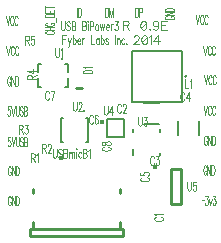
<source format=gto>
G04 DipTrace 2.4.0.2*
%INUSBBiPower3.gto*%
%MOIN*%
%ADD10C,0.0098*%
%ADD23C,0.006*%
%ADD31O,0.0114X0.012*%
%ADD35O,0.0102X0.0108*%
%ADD37C,0.007*%
%ADD42C,0.0154*%
%ADD44C,0.0157*%
%ADD59O,0.0144X0.0163*%
%ADD88C,0.0046*%
%ADD89C,0.0033*%
%FSLAX44Y44*%
G04*
G70*
G90*
G75*
G01*
%LNTopSilk*%
%LPD*%
X6312Y8553D2*
D10*
X6509D1*
X5053Y8873D2*
D23*
Y8578D1*
Y9070D2*
Y9365D1*
X6037Y9070D2*
Y9365D1*
Y8578D2*
Y8873D1*
D31*
X5840Y9514D3*
X5053Y8578D2*
D23*
X5151D1*
X5939D2*
X6037D1*
Y9365D2*
X5939D1*
X5053D2*
X5151D1*
X5875Y6754D2*
X5816D1*
Y7541D1*
X5875D1*
X6721D2*
X6662D1*
X6721D2*
Y6754D1*
X6662D1*
D35*
X6585Y7780D3*
D42*
X8954Y5920D3*
X9495Y5867D2*
D10*
Y4686D1*
X9810Y5867D2*
Y4686D1*
X9495D2*
X9810D1*
X9495Y5867D2*
X9810D1*
X4786Y3863D2*
X7881D1*
X7790Y5056D2*
Y5170D1*
X4877Y5056D2*
Y5170D1*
Y3863D2*
Y4088D1*
X7790Y3863D2*
Y4088D1*
D44*
X5822Y6225D3*
X4786Y3627D2*
D10*
X7881D1*
X4786Y3863D2*
Y3627D1*
X7881Y3863D2*
Y3627D1*
X9941Y8944D2*
D23*
G02X9941Y8944I30J0D01*
G01*
X9861Y9789D2*
X8171D1*
Y8099D1*
X9861D1*
Y9789D1*
X9106Y6311D2*
D37*
Y6390D1*
Y7099D2*
Y7178D1*
X8200Y7099D2*
Y7178D1*
Y6311D2*
Y6508D1*
X8590Y7335D2*
D23*
X9068D1*
Y8045D2*
X8590D1*
X9719Y7464D2*
Y6986D1*
X10429D2*
Y7464D1*
X7905Y7522D2*
X7352D1*
Y6918D1*
X7905D1*
Y7522D1*
D59*
X7187Y7418D3*
X7238Y6593D2*
D88*
X7209Y6585D1*
X7181Y6567D1*
X7166Y6550D1*
Y6516D1*
X7181Y6498D1*
X7209Y6481D1*
X7238Y6473D1*
X7281Y6464D1*
X7353D1*
X7396Y6473D1*
X7425Y6481D1*
X7453Y6498D1*
X7468Y6516D1*
Y6550D1*
X7453Y6567D1*
X7425Y6585D1*
X7396Y6593D1*
X7167Y6692D2*
X7181Y6666D1*
X7209Y6657D1*
X7238D1*
X7267Y6666D1*
X7281Y6683D1*
X7296Y6718D1*
X7310Y6743D1*
X7339Y6761D1*
X7367Y6769D1*
X7410D1*
X7439Y6761D1*
X7454Y6752D1*
X7468Y6726D1*
Y6692D1*
X7454Y6666D1*
X7439Y6657D1*
X7410Y6649D1*
X7367D1*
X7339Y6657D1*
X7310Y6675D1*
X7296Y6700D1*
X7281Y6735D1*
X7267Y6752D1*
X7238Y6761D1*
X7209D1*
X7181Y6752D1*
X7167Y6726D1*
Y6692D1*
X6880Y7585D2*
X6871Y7614D1*
X6854Y7642D1*
X6837Y7657D1*
X6802D1*
X6785Y7642D1*
X6768Y7614D1*
X6759Y7585D1*
X6751Y7542D1*
Y7470D1*
X6759Y7427D1*
X6768Y7398D1*
X6785Y7370D1*
X6802Y7355D1*
X6837D1*
X6854Y7370D1*
X6871Y7398D1*
X6880Y7427D1*
X7039Y7614D2*
X7030Y7642D1*
X7004Y7656D1*
X6987D1*
X6961Y7642D1*
X6944Y7599D1*
X6935Y7527D1*
Y7456D1*
X6944Y7398D1*
X6961Y7369D1*
X6987Y7355D1*
X6996D1*
X7021Y7369D1*
X7039Y7398D1*
X7047Y7441D1*
Y7456D1*
X7039Y7499D1*
X7021Y7527D1*
X6996Y7542D1*
X6987D1*
X6961Y7527D1*
X6944Y7499D1*
X6935Y7456D1*
X5412Y8387D2*
X5403Y8416D1*
X5386Y8444D1*
X5369Y8459D1*
X5334D1*
X5317Y8444D1*
X5300Y8416D1*
X5291Y8387D1*
X5283Y8344D1*
Y8272D1*
X5291Y8229D1*
X5300Y8200D1*
X5317Y8172D1*
X5334Y8157D1*
X5369D1*
X5386Y8172D1*
X5403Y8200D1*
X5412Y8229D1*
X5502Y8157D2*
X5588Y8458D1*
X5467D1*
X8991Y4254D2*
X8962Y4245D1*
X8933Y4228D1*
X8919Y4211D1*
Y4176D1*
X8933Y4159D1*
X8962Y4142D1*
X8991Y4133D1*
X9034Y4124D1*
X9106D1*
X9149Y4133D1*
X9177Y4142D1*
X9206Y4159D1*
X9220Y4176D1*
Y4211D1*
X9206Y4228D1*
X9177Y4245D1*
X9149Y4254D1*
X8977Y4309D2*
X8962Y4327D1*
X8919Y4352D1*
X9220D1*
X8912Y6211D2*
X8904Y6240D1*
X8887Y6268D1*
X8869Y6283D1*
X8835D1*
X8818Y6268D1*
X8801Y6240D1*
X8792Y6211D1*
X8783Y6168D1*
Y6096D1*
X8792Y6053D1*
X8801Y6024D1*
X8818Y5996D1*
X8835Y5981D1*
X8869D1*
X8887Y5996D1*
X8904Y6024D1*
X8912Y6053D1*
X8985Y6282D2*
X9080D1*
X9028Y6168D1*
X9054D1*
X9071Y6153D1*
X9080Y6139D1*
X9089Y6096D1*
Y6068D1*
X9080Y6024D1*
X9063Y5996D1*
X9037Y5981D1*
X9011D1*
X8985Y5996D1*
X8977Y6010D1*
X8968Y6039D1*
X8526Y5574D2*
X8498Y5565D1*
X8469Y5548D1*
X8455Y5531D1*
Y5496D1*
X8469Y5479D1*
X8498Y5462D1*
X8526Y5453D1*
X8569Y5444D1*
X8641D1*
X8684Y5453D1*
X8713Y5462D1*
X8742Y5479D1*
X8756Y5496D1*
Y5531D1*
X8742Y5548D1*
X8713Y5565D1*
X8684Y5574D1*
X8455Y5732D2*
Y5646D1*
X8584Y5638D1*
X8570Y5646D1*
X8555Y5672D1*
Y5698D1*
X8570Y5724D1*
X8598Y5741D1*
X8641Y5750D1*
X8670D1*
X8713Y5741D1*
X8742Y5724D1*
X8756Y5698D1*
Y5672D1*
X8742Y5646D1*
X8727Y5638D1*
X8699Y5629D1*
X6556Y9044D2*
X6858D1*
Y9105D1*
X6843Y9130D1*
X6815Y9148D1*
X6786Y9156D1*
X6743Y9165D1*
X6671D1*
X6628Y9156D1*
X6599Y9148D1*
X6570Y9130D1*
X6556Y9105D1*
Y9044D1*
X6614Y9220D2*
X6599Y9238D1*
X6557Y9264D1*
X6858D1*
X4820Y6225D2*
X4897D1*
X4923Y6240D1*
X4932Y6254D1*
X4940Y6283D1*
Y6312D1*
X4932Y6340D1*
X4923Y6355D1*
X4897Y6369D1*
X4820D1*
Y6068D1*
X4880Y6225D2*
X4940Y6068D1*
X4996Y6311D2*
X5013Y6326D1*
X5039Y6369D1*
Y6068D1*
X5193Y6546D2*
X5270D1*
X5296Y6561D1*
X5305Y6575D1*
X5314Y6603D1*
Y6632D1*
X5305Y6661D1*
X5296Y6675D1*
X5270Y6690D1*
X5193D1*
Y6388D1*
X5253Y6546D2*
X5314Y6388D1*
X5378Y6618D2*
Y6632D1*
X5386Y6661D1*
X5395Y6675D1*
X5412Y6689D1*
X5447D1*
X5464Y6675D1*
X5472Y6661D1*
X5481Y6632D1*
Y6603D1*
X5472Y6575D1*
X5455Y6532D1*
X5369Y6388D1*
X5490D1*
X4417Y7182D2*
X4494D1*
X4520Y7197D1*
X4529Y7211D1*
X4537Y7240D1*
Y7269D1*
X4529Y7297D1*
X4520Y7312D1*
X4494Y7326D1*
X4417D1*
Y7025D1*
X4477Y7182D2*
X4537Y7025D1*
X4610Y7326D2*
X4705D1*
X4653Y7211D1*
X4679D1*
X4696Y7197D1*
X4705Y7182D1*
X4714Y7139D1*
Y7111D1*
X4705Y7068D1*
X4688Y7039D1*
X4662Y7025D1*
X4636D1*
X4610Y7039D1*
X4602Y7053D1*
X4593Y7082D1*
X4841Y8864D2*
Y8942D1*
X4826Y8967D1*
X4812Y8976D1*
X4783Y8985D1*
X4755D1*
X4726Y8976D1*
X4712Y8967D1*
X4697Y8942D1*
Y8864D1*
X4999D1*
X4841Y8924D2*
X4999Y8985D1*
Y9126D2*
X4698D1*
X4898Y9040D1*
Y9169D1*
X4631Y10147D2*
X4708D1*
X4734Y10161D1*
X4743Y10176D1*
X4751Y10204D1*
Y10233D1*
X4743Y10262D1*
X4734Y10276D1*
X4708Y10290D1*
X4631D1*
Y9989D1*
X4691Y10147D2*
X4751Y9989D1*
X4910Y10290D2*
X4824D1*
X4815Y10161D1*
X4824Y10175D1*
X4850Y10190D1*
X4876D1*
X4901Y10175D1*
X4919Y10147D1*
X4927Y10104D1*
Y10075D1*
X4919Y10032D1*
X4901Y10003D1*
X4876Y9989D1*
X4850D1*
X4824Y10003D1*
X4815Y10018D1*
X4807Y10046D1*
X5630Y9882D2*
Y9667D1*
X5639Y9624D1*
X5656Y9595D1*
X5682Y9581D1*
X5699D1*
X5725Y9595D1*
X5742Y9624D1*
X5751Y9667D1*
Y9882D1*
X5807Y9825D2*
X5824Y9839D1*
X5850Y9882D1*
Y9581D1*
X6217Y8091D2*
Y7875D1*
X6226Y7832D1*
X6243Y7804D1*
X6269Y7789D1*
X6286D1*
X6312Y7804D1*
X6329Y7832D1*
X6338Y7875D1*
Y8091D1*
X6402Y8019D2*
Y8033D1*
X6411Y8062D1*
X6419Y8076D1*
X6437Y8090D1*
X6471D1*
X6488Y8076D1*
X6497Y8062D1*
X6505Y8033D1*
Y8004D1*
X6497Y7976D1*
X6480Y7933D1*
X6393Y7789D1*
X6514D1*
X10028Y5430D2*
Y5215D1*
X10037Y5172D1*
X10054Y5143D1*
X10080Y5129D1*
X10097D1*
X10123Y5143D1*
X10140Y5172D1*
X10149Y5215D1*
Y5430D1*
X10308D2*
X10222D1*
X10213Y5301D1*
X10222Y5315D1*
X10248Y5330D1*
X10273D1*
X10299Y5315D1*
X10316Y5286D1*
X10325Y5243D1*
Y5215D1*
X10316Y5172D1*
X10299Y5143D1*
X10273Y5129D1*
X10248D1*
X10222Y5143D1*
X10213Y5157D1*
X10204Y5186D1*
X5545Y6524D2*
Y6309D1*
X5553Y6266D1*
X5570Y6237D1*
X5596Y6222D1*
X5613D1*
X5639Y6237D1*
X5657Y6266D1*
X5665Y6309D1*
Y6524D1*
X5841Y6481D2*
X5824Y6510D1*
X5798Y6524D1*
X5764D1*
X5738Y6510D1*
X5721Y6481D1*
Y6452D1*
X5729Y6423D1*
X5738Y6409D1*
X5755Y6395D1*
X5807Y6366D1*
X5824Y6352D1*
X5833Y6337D1*
X5841Y6309D1*
Y6266D1*
X5824Y6237D1*
X5798Y6222D1*
X5764D1*
X5738Y6237D1*
X5721Y6266D1*
X5897Y6524D2*
Y6222D1*
X5974D1*
X6000Y6237D1*
X6009Y6251D1*
X6017Y6280D1*
Y6323D1*
X6009Y6352D1*
X6000Y6366D1*
X5974Y6380D1*
X6000Y6395D1*
X6009Y6409D1*
X6017Y6438D1*
Y6466D1*
X6009Y6495D1*
X6000Y6510D1*
X5974Y6524D1*
X5897D1*
Y6380D2*
X5974D1*
X6073Y6423D2*
Y6222D1*
Y6366D2*
X6099Y6409D1*
X6116Y6423D1*
X6142D1*
X6159Y6409D1*
X6168Y6366D1*
Y6222D1*
Y6366D2*
X6194Y6409D1*
X6211Y6423D1*
X6237D1*
X6254Y6409D1*
X6263Y6366D1*
Y6222D1*
X6318Y6524D2*
X6327Y6510D1*
X6336Y6524D1*
X6327Y6538D1*
X6318Y6524D1*
X6327Y6423D2*
Y6222D1*
X6495Y6380D2*
X6477Y6409D1*
X6460Y6423D1*
X6434D1*
X6417Y6409D1*
X6400Y6380D1*
X6391Y6337D1*
Y6309D1*
X6400Y6266D1*
X6417Y6237D1*
X6434Y6222D1*
X6460D1*
X6477Y6237D1*
X6495Y6266D1*
X6550Y6524D2*
Y6222D1*
X6628D1*
X6654Y6237D1*
X6662Y6251D1*
X6671Y6280D1*
Y6323D1*
X6662Y6352D1*
X6654Y6366D1*
X6628Y6380D1*
X6654Y6395D1*
X6662Y6409D1*
X6671Y6438D1*
Y6466D1*
X6662Y6495D1*
X6654Y6510D1*
X6628Y6524D1*
X6550D1*
Y6380D2*
X6628D1*
X6726Y6466D2*
X6744Y6481D1*
X6770Y6524D1*
Y6222D1*
X9955Y8837D2*
Y8535D1*
X10059D1*
X10114Y8779D2*
X10132Y8794D1*
X10157Y8836D1*
Y8535D1*
X8388Y7593D2*
Y7378D1*
X8396Y7335D1*
X8414Y7306D1*
X8440Y7291D1*
X8457D1*
X8483Y7306D1*
X8500Y7335D1*
X8508Y7378D1*
Y7593D1*
X8581D2*
X8676D1*
X8624Y7478D1*
X8650D1*
X8667Y7464D1*
X8676Y7449D1*
X8685Y7406D1*
Y7378D1*
X8676Y7335D1*
X8659Y7306D1*
X8633Y7291D1*
X8607D1*
X8581Y7306D1*
X8573Y7320D1*
X8564Y7349D1*
X7811Y7952D2*
X7803Y7980D1*
X7785Y8009D1*
X7768Y8023D1*
X7734D1*
X7717Y8009D1*
X7699Y7980D1*
X7691Y7952D1*
X7682Y7909D1*
Y7837D1*
X7691Y7794D1*
X7699Y7765D1*
X7717Y7737D1*
X7734Y7722D1*
X7768D1*
X7785Y7737D1*
X7803Y7765D1*
X7811Y7794D1*
X7876Y7951D2*
Y7966D1*
X7884Y7995D1*
X7893Y8009D1*
X7910Y8023D1*
X7944D1*
X7962Y8009D1*
X7970Y7995D1*
X7979Y7966D1*
Y7937D1*
X7970Y7908D1*
X7953Y7866D1*
X7867Y7722D1*
X7987D1*
X9923Y8344D2*
X9915Y8373D1*
X9898Y8402D1*
X9880Y8416D1*
X9846D1*
X9829Y8402D1*
X9812Y8373D1*
X9803Y8344D1*
X9794Y8301D1*
Y8229D1*
X9803Y8186D1*
X9812Y8158D1*
X9829Y8129D1*
X9846Y8114D1*
X9880D1*
X9898Y8129D1*
X9915Y8158D1*
X9923Y8186D1*
X10065Y8114D2*
Y8416D1*
X9979Y8215D1*
X10108D1*
X7247Y7955D2*
Y7740D1*
X7256Y7697D1*
X7273Y7668D1*
X7299Y7654D1*
X7316D1*
X7342Y7668D1*
X7359Y7697D1*
X7368Y7740D1*
Y7955D1*
X7510Y7654D2*
Y7955D1*
X7424Y7754D1*
X7553D1*
X10689Y6887D2*
D89*
X10682Y6916D1*
X10668Y6945D1*
X10654Y6959D1*
X10625D1*
X10610Y6945D1*
X10596Y6916D1*
X10589Y6887D1*
X10582Y6844D1*
Y6772D1*
X10589Y6729D1*
X10596Y6701D1*
X10610Y6672D1*
X10625Y6657D1*
X10654D1*
X10668Y6672D1*
X10682Y6701D1*
X10689Y6729D1*
Y6772D1*
X10654D1*
X10823Y6959D2*
Y6657D1*
X10722Y6959D1*
Y6657D1*
X10856Y6959D2*
Y6657D1*
X10906D1*
X10927Y6672D1*
X10942Y6701D1*
X10949Y6729D1*
X10956Y6772D1*
Y6844D1*
X10949Y6887D1*
X10942Y6916D1*
X10927Y6945D1*
X10906Y6959D1*
X10856D1*
X9356Y10945D2*
X9327Y10938D1*
X9298Y10923D1*
X9284Y10909D1*
Y10881D1*
X9298Y10866D1*
X9327Y10852D1*
X9356Y10845D1*
X9399Y10837D1*
X9471D1*
X9514Y10845D1*
X9542Y10852D1*
X9571Y10866D1*
X9586Y10881D1*
Y10909D1*
X9571Y10923D1*
X9542Y10938D1*
X9514Y10945D1*
X9471D1*
Y10909D1*
X9284Y11078D2*
X9586D1*
X9284Y10978D1*
X9586D1*
X9284Y11111D2*
X9586D1*
Y11161D1*
X9571Y11183D1*
X9542Y11197D1*
X9514Y11204D1*
X9471Y11212D1*
X9399D1*
X9356Y11204D1*
X9327Y11197D1*
X9298Y11183D1*
X9284Y11161D1*
Y11111D1*
X4144Y5868D2*
X4137Y5897D1*
X4123Y5926D1*
X4108Y5940D1*
X4080D1*
X4065Y5926D1*
X4051Y5897D1*
X4044Y5868D1*
X4037Y5825D1*
Y5753D1*
X4044Y5711D1*
X4051Y5682D1*
X4065Y5653D1*
X4080Y5639D1*
X4108D1*
X4123Y5653D1*
X4137Y5682D1*
X4144Y5711D1*
Y5753D1*
X4108D1*
X4277Y5940D2*
Y5639D1*
X4177Y5940D1*
Y5639D1*
X4310Y5940D2*
Y5639D1*
X4361D1*
X4382Y5653D1*
X4396Y5682D1*
X4404Y5711D1*
X4411Y5753D1*
Y5825D1*
X4404Y5868D1*
X4396Y5897D1*
X4382Y5926D1*
X4361Y5940D1*
X4310D1*
X5361Y10456D2*
X5333Y10449D1*
X5304Y10434D1*
X5290Y10420D1*
Y10392D1*
X5304Y10377D1*
X5333Y10363D1*
X5361Y10356D1*
X5405Y10348D1*
X5477D1*
X5519Y10356D1*
X5548Y10363D1*
X5577Y10377D1*
X5591Y10392D1*
Y10420D1*
X5577Y10434D1*
X5548Y10449D1*
X5519Y10456D1*
X5290Y10489D2*
X5591D1*
X5290Y10589D2*
X5591D1*
X5433Y10489D2*
Y10589D1*
X5361Y10730D2*
X5333Y10723D1*
X5304Y10708D1*
X5290Y10694D1*
Y10665D1*
X5304Y10651D1*
X5333Y10637D1*
X5361Y10629D1*
X5405Y10622D1*
X5477D1*
X5519Y10629D1*
X5548Y10637D1*
X5577Y10651D1*
X5591Y10665D1*
Y10694D1*
X5577Y10708D1*
X5548Y10723D1*
X5519Y10730D1*
X5477D1*
Y10694D1*
X5641Y10763D2*
Y10899D1*
X5290Y10932D2*
X5591D1*
Y10982D1*
X5577Y11003D1*
X5548Y11018D1*
X5519Y11025D1*
X5477Y11032D1*
X5405D1*
X5361Y11025D1*
X5333Y11018D1*
X5304Y11003D1*
X5290Y10982D1*
Y10932D1*
Y11158D2*
Y11065D1*
X5591D1*
Y11158D1*
X5433Y11065D2*
Y11122D1*
X5290Y11241D2*
X5591D1*
X5290Y11191D2*
Y11291D1*
X3996Y9948D2*
X4054Y9647D1*
X4111Y9948D1*
X4251Y9876D2*
X4244Y9905D1*
X4230Y9934D1*
X4216Y9948D1*
X4187D1*
X4173Y9934D1*
X4158Y9905D1*
X4151Y9876D1*
X4144Y9833D1*
Y9761D1*
X4151Y9719D1*
X4158Y9690D1*
X4173Y9661D1*
X4187Y9647D1*
X4216D1*
X4230Y9661D1*
X4244Y9690D1*
X4251Y9719D1*
X4392Y9876D2*
X4385Y9905D1*
X4370Y9934D1*
X4356Y9948D1*
X4327D1*
X4313Y9934D1*
X4299Y9905D1*
X4291Y9876D1*
X4284Y9833D1*
Y9761D1*
X4291Y9719D1*
X4299Y9690D1*
X4313Y9661D1*
X4327Y9647D1*
X4356D1*
X4370Y9661D1*
X4385Y9690D1*
X4392Y9719D1*
X6356Y11229D2*
Y10928D1*
X6389Y11229D2*
Y10928D1*
X6440D1*
X6461Y10943D1*
X6476Y10971D1*
X6483Y11000D1*
X6490Y11043D1*
Y11115D1*
X6483Y11158D1*
X6476Y11186D1*
X6461Y11215D1*
X6440Y11229D1*
X6389D1*
X7297Y11226D2*
Y10925D1*
X7347D1*
X7369Y10939D1*
X7383Y10968D1*
X7390Y10997D1*
X7397Y11040D1*
Y11112D1*
X7390Y11155D1*
X7383Y11183D1*
X7369Y11212D1*
X7347Y11226D1*
X7297D1*
X7545Y10925D2*
Y11226D1*
X7487Y10925D1*
X7430Y11226D1*
Y10925D1*
X8295Y11234D2*
Y10933D1*
X8345D1*
X8366Y10947D1*
X8381Y10976D1*
X8388Y11004D1*
X8395Y11047D1*
Y11119D1*
X8388Y11162D1*
X8381Y11191D1*
X8366Y11220D1*
X8345Y11234D1*
X8295D1*
X8428Y11076D2*
X8493D1*
X8514Y11090D1*
X8521Y11105D1*
X8528Y11133D1*
Y11177D1*
X8521Y11205D1*
X8514Y11220D1*
X8493Y11234D1*
X8428D1*
Y10933D1*
X5818Y10774D2*
D88*
Y10559D1*
X5827Y10516D1*
X5844Y10487D1*
X5870Y10473D1*
X5887D1*
X5913Y10487D1*
X5930Y10516D1*
X5939Y10559D1*
Y10774D1*
X6115Y10731D2*
X6098Y10760D1*
X6072Y10774D1*
X6037D1*
X6012Y10760D1*
X5994Y10731D1*
Y10703D1*
X6003Y10674D1*
X6012Y10659D1*
X6029Y10645D1*
X6080Y10616D1*
X6098Y10602D1*
X6106Y10587D1*
X6115Y10559D1*
Y10516D1*
X6098Y10487D1*
X6072Y10473D1*
X6037D1*
X6012Y10487D1*
X5994Y10516D1*
X6170Y10774D2*
Y10473D1*
X6248D1*
X6274Y10487D1*
X6282Y10502D1*
X6291Y10530D1*
Y10573D1*
X6282Y10602D1*
X6274Y10616D1*
X6248Y10631D1*
X6274Y10645D1*
X6282Y10659D1*
X6291Y10688D1*
Y10717D1*
X6282Y10745D1*
X6274Y10760D1*
X6248Y10774D1*
X6170D1*
Y10631D2*
X6248D1*
X6522Y10774D2*
Y10473D1*
X6599D1*
X6625Y10487D1*
X6634Y10502D1*
X6642Y10530D1*
Y10573D1*
X6634Y10602D1*
X6625Y10616D1*
X6599Y10631D1*
X6625Y10645D1*
X6634Y10659D1*
X6642Y10688D1*
Y10717D1*
X6634Y10745D1*
X6625Y10760D1*
X6599Y10774D1*
X6522D1*
Y10631D2*
X6599D1*
X6698Y10774D2*
X6706Y10760D1*
X6715Y10774D1*
X6706Y10789D1*
X6698Y10774D1*
X6706Y10674D2*
Y10473D1*
X6771Y10616D2*
X6848D1*
X6874Y10631D1*
X6883Y10645D1*
X6891Y10674D1*
Y10717D1*
X6883Y10745D1*
X6874Y10760D1*
X6848Y10774D1*
X6771D1*
Y10473D1*
X6990Y10674D2*
X6973Y10659D1*
X6955Y10631D1*
X6947Y10587D1*
Y10559D1*
X6955Y10516D1*
X6973Y10487D1*
X6990Y10473D1*
X7016D1*
X7033Y10487D1*
X7050Y10516D1*
X7059Y10559D1*
Y10587D1*
X7050Y10631D1*
X7033Y10659D1*
X7016Y10674D1*
X6990D1*
X7114D2*
X7149Y10473D1*
X7183Y10674D1*
X7218Y10473D1*
X7252Y10674D1*
X7308Y10587D2*
X7411D1*
Y10616D1*
X7402Y10645D1*
X7394Y10659D1*
X7376Y10674D1*
X7351D1*
X7333Y10659D1*
X7316Y10631D1*
X7308Y10587D1*
Y10559D1*
X7316Y10516D1*
X7333Y10487D1*
X7351Y10473D1*
X7376D1*
X7394Y10487D1*
X7411Y10516D1*
X7466Y10674D2*
Y10473D1*
Y10587D2*
X7475Y10631D1*
X7492Y10659D1*
X7510Y10674D1*
X7536D1*
X7608Y10774D2*
X7703D1*
X7651Y10659D1*
X7677D1*
X7694Y10645D1*
X7703Y10631D1*
X7712Y10587D1*
Y10559D1*
X7703Y10516D1*
X7686Y10487D1*
X7660Y10473D1*
X7634D1*
X7608Y10487D1*
X7600Y10502D1*
X7591Y10530D1*
X7877Y10646D2*
X8006D1*
X8049Y10660D1*
X8064Y10675D1*
X8078Y10703D1*
Y10732D1*
X8064Y10760D1*
X8049Y10775D1*
X8006Y10789D1*
X7877D1*
Y10488D1*
X7978Y10646D2*
X8078Y10488D1*
X8548Y10789D2*
X8505Y10775D1*
X8477Y10732D1*
X8462Y10660D1*
Y10617D1*
X8477Y10545D1*
X8505Y10502D1*
X8548Y10488D1*
X8577D1*
X8620Y10502D1*
X8649Y10545D1*
X8663Y10617D1*
Y10660D1*
X8649Y10732D1*
X8620Y10775D1*
X8577Y10789D1*
X8548D1*
X8649Y10732D2*
X8477Y10545D1*
X8770Y10517D2*
X8756Y10502D1*
X8770Y10488D1*
X8785Y10502D1*
X8770Y10517D1*
X9064Y10689D2*
X9049Y10646D1*
X9021Y10617D1*
X8978Y10603D1*
X8964D1*
X8920Y10617D1*
X8892Y10646D1*
X8877Y10689D1*
Y10703D1*
X8892Y10746D1*
X8920Y10775D1*
X8964Y10789D1*
X8978D1*
X9021Y10775D1*
X9049Y10746D1*
X9064Y10689D1*
Y10617D1*
X9049Y10545D1*
X9021Y10502D1*
X8978Y10488D1*
X8949D1*
X8906Y10502D1*
X8892Y10531D1*
X9343Y10789D2*
X9157D1*
Y10488D1*
X9343D1*
X9157Y10646D2*
X9271D1*
X5976Y10314D2*
X5864D1*
Y10013D1*
Y10171D2*
X5933D1*
X6041Y10214D2*
X6092Y10013D1*
X6075Y9956D1*
X6058Y9927D1*
X6041Y9913D1*
X6032D1*
X6144Y10214D2*
X6092Y10013D1*
X6200Y10314D2*
Y10013D1*
Y10171D2*
X6217Y10200D1*
X6234Y10214D1*
X6260D1*
X6277Y10200D1*
X6294Y10171D1*
X6303Y10128D1*
Y10099D1*
X6294Y10056D1*
X6277Y10028D1*
X6260Y10013D1*
X6234D1*
X6217Y10028D1*
X6200Y10056D1*
X6358Y10128D2*
X6462D1*
Y10157D1*
X6453Y10185D1*
X6445Y10200D1*
X6427Y10214D1*
X6401D1*
X6384Y10200D1*
X6367Y10171D1*
X6358Y10128D1*
Y10099D1*
X6367Y10056D1*
X6384Y10028D1*
X6401Y10013D1*
X6427D1*
X6445Y10028D1*
X6462Y10056D1*
X6517Y10214D2*
Y10013D1*
Y10128D2*
X6526Y10171D1*
X6543Y10200D1*
X6560Y10214D1*
X6586D1*
X6817Y10314D2*
Y10013D1*
X6920D1*
X7079Y10214D2*
Y10013D1*
Y10171D2*
X7062Y10200D1*
X7044Y10214D1*
X7019D1*
X7002Y10200D1*
X6984Y10171D1*
X6976Y10128D1*
Y10099D1*
X6984Y10056D1*
X7002Y10028D1*
X7019Y10013D1*
X7044D1*
X7062Y10028D1*
X7079Y10056D1*
X7134Y10314D2*
Y10013D1*
Y10171D2*
X7152Y10200D1*
X7169Y10214D1*
X7195D1*
X7212Y10200D1*
X7229Y10171D1*
X7238Y10128D1*
Y10099D1*
X7229Y10056D1*
X7212Y10028D1*
X7195Y10013D1*
X7169D1*
X7152Y10028D1*
X7134Y10056D1*
X7388Y10171D2*
X7379Y10200D1*
X7354Y10214D1*
X7328D1*
X7302Y10200D1*
X7293Y10171D1*
X7302Y10142D1*
X7319Y10128D1*
X7362Y10113D1*
X7379Y10099D1*
X7388Y10070D1*
Y10056D1*
X7379Y10028D1*
X7354Y10013D1*
X7328D1*
X7302Y10028D1*
X7293Y10056D1*
X7619Y10314D2*
Y10013D1*
X7674Y10214D2*
Y10013D1*
Y10157D2*
X7700Y10200D1*
X7717Y10214D1*
X7743D1*
X7760Y10200D1*
X7769Y10157D1*
Y10013D1*
X7928Y10171D2*
X7911Y10200D1*
X7893Y10214D1*
X7868D1*
X7850Y10200D1*
X7833Y10171D1*
X7824Y10128D1*
Y10099D1*
X7833Y10056D1*
X7850Y10028D1*
X7868Y10013D1*
X7893D1*
X7911Y10028D1*
X7928Y10056D1*
X7992Y10042D2*
X7984Y10027D1*
X7992Y10013D1*
X8001Y10027D1*
X7992Y10042D1*
X10501Y4802D2*
D89*
X10583D1*
X10631Y4952D2*
X10709D1*
X10666Y4838D1*
X10688D1*
X10702Y4823D1*
X10709Y4809D1*
X10717Y4766D1*
Y4737D1*
X10709Y4694D1*
X10695Y4665D1*
X10674Y4651D1*
X10652D1*
X10631Y4665D1*
X10624Y4680D1*
X10616Y4709D1*
X10750Y4852D2*
X10793Y4651D1*
X10836Y4852D1*
X10883Y4952D2*
X10962D1*
X10919Y4838D1*
X10940D1*
X10954Y4823D1*
X10962Y4809D1*
X10969Y4766D1*
Y4737D1*
X10962Y4694D1*
X10947Y4665D1*
X10926Y4651D1*
X10904D1*
X10883Y4665D1*
X10876Y4680D1*
X10868Y4709D1*
X10665Y5897D2*
X10658Y5925D1*
X10644Y5954D1*
X10629Y5968D1*
X10601D1*
X10586Y5954D1*
X10572Y5925D1*
X10565Y5897D1*
X10558Y5854D1*
Y5782D1*
X10565Y5739D1*
X10572Y5710D1*
X10586Y5682D1*
X10601Y5667D1*
X10629D1*
X10644Y5682D1*
X10658Y5710D1*
X10665Y5739D1*
Y5782D1*
X10629D1*
X10798Y5968D2*
Y5667D1*
X10698Y5968D1*
Y5667D1*
X10831Y5968D2*
Y5667D1*
X10882D1*
X10903Y5682D1*
X10918Y5710D1*
X10925Y5739D1*
X10932Y5782D1*
Y5854D1*
X10925Y5897D1*
X10918Y5925D1*
X10903Y5954D1*
X10882Y5968D1*
X10831D1*
X10306Y10985D2*
X10364Y10684D1*
X10421Y10985D1*
X10562Y10914D2*
X10554Y10942D1*
X10540Y10971D1*
X10526Y10985D1*
X10497D1*
X10483Y10971D1*
X10468Y10942D1*
X10461Y10914D1*
X10454Y10870D1*
Y10798D1*
X10461Y10756D1*
X10468Y10727D1*
X10483Y10698D1*
X10497Y10684D1*
X10526D1*
X10540Y10698D1*
X10554Y10727D1*
X10562Y10756D1*
X10702Y10914D2*
X10695Y10942D1*
X10680Y10971D1*
X10666Y10985D1*
X10637D1*
X10623Y10971D1*
X10609Y10942D1*
X10602Y10914D1*
X10594Y10870D1*
Y10798D1*
X10602Y10756D1*
X10609Y10727D1*
X10623Y10698D1*
X10637Y10684D1*
X10666D1*
X10680Y10698D1*
X10695Y10727D1*
X10702Y10756D1*
X10556Y9956D2*
X10614Y9654D1*
X10671Y9956D1*
X10811Y9884D2*
X10804Y9912D1*
X10790Y9941D1*
X10776Y9956D1*
X10747D1*
X10732Y9941D1*
X10718Y9912D1*
X10711Y9884D1*
X10704Y9841D1*
Y9769D1*
X10711Y9726D1*
X10718Y9697D1*
X10732Y9669D1*
X10747Y9654D1*
X10776D1*
X10790Y9669D1*
X10804Y9697D1*
X10811Y9726D1*
X10952Y9884D2*
X10945Y9912D1*
X10930Y9941D1*
X10916Y9956D1*
X10887D1*
X10873Y9941D1*
X10859Y9912D1*
X10851Y9884D1*
X10844Y9841D1*
Y9769D1*
X10851Y9726D1*
X10859Y9697D1*
X10873Y9669D1*
X10887Y9654D1*
X10916D1*
X10930Y9669D1*
X10945Y9697D1*
X10952Y9726D1*
X10566Y7959D2*
X10623Y7658D1*
X10681Y7959D1*
X10821Y7887D2*
X10814Y7916D1*
X10799Y7945D1*
X10785Y7959D1*
X10757D1*
X10742Y7945D1*
X10728Y7916D1*
X10721Y7887D1*
X10713Y7844D1*
Y7772D1*
X10721Y7729D1*
X10728Y7701D1*
X10742Y7672D1*
X10757Y7658D1*
X10785D1*
X10799Y7672D1*
X10814Y7701D1*
X10821Y7729D1*
X10961Y7887D2*
X10954Y7916D1*
X10940Y7945D1*
X10926Y7959D1*
X10897D1*
X10883Y7945D1*
X10868Y7916D1*
X10861Y7887D1*
X10854Y7844D1*
Y7772D1*
X10861Y7729D1*
X10868Y7701D1*
X10883Y7672D1*
X10897Y7658D1*
X10926D1*
X10940Y7672D1*
X10954Y7701D1*
X10961Y7729D1*
X8240Y10243D2*
Y10258D1*
X8254Y10287D1*
X8268Y10301D1*
X8297Y10315D1*
X8354D1*
X8383Y10301D1*
X8397Y10287D1*
X8412Y10258D1*
Y10229D1*
X8397Y10200D1*
X8369Y10158D1*
X8225Y10014D1*
X8426D1*
X8578Y10315D2*
X8535Y10301D1*
X8506Y10258D1*
X8492Y10186D1*
Y10143D1*
X8506Y10071D1*
X8535Y10028D1*
X8578Y10014D1*
X8606D1*
X8649Y10028D1*
X8678Y10071D1*
X8693Y10143D1*
Y10186D1*
X8678Y10258D1*
X8649Y10301D1*
X8606Y10315D1*
X8578D1*
X8678Y10258D2*
X8506Y10071D1*
X8758Y10258D2*
X8787Y10272D1*
X8830Y10315D1*
Y10014D1*
X9039D2*
Y10315D1*
X8896Y10114D1*
X9111D1*
X4118Y6908D2*
X4046D1*
X4039Y6779D1*
X4046Y6793D1*
X4068Y6808D1*
X4089D1*
X4111Y6793D1*
X4125Y6765D1*
X4132Y6722D1*
Y6693D1*
X4125Y6650D1*
X4111Y6621D1*
X4089Y6607D1*
X4068D1*
X4046Y6621D1*
X4039Y6636D1*
X4032Y6664D1*
X4165Y6908D2*
X4222Y6607D1*
X4280Y6908D1*
X4313D2*
Y6693D1*
X4320Y6650D1*
X4334Y6621D1*
X4356Y6607D1*
X4370D1*
X4392Y6621D1*
X4406Y6650D1*
X4413Y6693D1*
Y6908D1*
X4546Y6865D2*
X4532Y6894D1*
X4511Y6908D1*
X4482D1*
X4460Y6894D1*
X4446Y6865D1*
Y6837D1*
X4453Y6808D1*
X4460Y6794D1*
X4475Y6779D1*
X4518Y6750D1*
X4532Y6736D1*
X4539Y6722D1*
X4546Y6693D1*
Y6650D1*
X4532Y6621D1*
X4511Y6607D1*
X4482D1*
X4460Y6621D1*
X4446Y6650D1*
X4579Y6908D2*
Y6607D1*
X4644D1*
X4665Y6621D1*
X4673Y6636D1*
X4680Y6664D1*
Y6707D1*
X4673Y6736D1*
X4665Y6750D1*
X4644Y6765D1*
X4665Y6779D1*
X4673Y6794D1*
X4680Y6822D1*
Y6851D1*
X4673Y6879D1*
X4665Y6894D1*
X4644Y6908D1*
X4579D1*
Y6765D2*
X4644D1*
X4145Y4874D2*
X4138Y4903D1*
X4123Y4932D1*
X4109Y4946D1*
X4080D1*
X4066Y4932D1*
X4052Y4903D1*
X4045Y4874D1*
X4037Y4831D1*
Y4759D1*
X4045Y4716D1*
X4052Y4688D1*
X4066Y4659D1*
X4080Y4644D1*
X4109D1*
X4123Y4659D1*
X4138Y4688D1*
X4145Y4716D1*
Y4759D1*
X4109D1*
X4278Y4946D2*
Y4644D1*
X4178Y4946D1*
Y4644D1*
X4311Y4946D2*
Y4644D1*
X4361D1*
X4383Y4659D1*
X4397Y4688D1*
X4404Y4716D1*
X4412Y4759D1*
Y4831D1*
X4404Y4874D1*
X4397Y4903D1*
X4383Y4932D1*
X4361Y4946D1*
X4311D1*
X4131Y8864D2*
X4124Y8892D1*
X4110Y8921D1*
X4096Y8935D1*
X4067D1*
X4052Y8921D1*
X4038Y8892D1*
X4031Y8864D1*
X4024Y8821D1*
Y8749D1*
X4031Y8706D1*
X4038Y8677D1*
X4052Y8649D1*
X4067Y8634D1*
X4096D1*
X4110Y8649D1*
X4124Y8677D1*
X4131Y8706D1*
Y8749D1*
X4096D1*
X4265Y8935D2*
Y8634D1*
X4164Y8935D1*
Y8634D1*
X4297Y8935D2*
Y8634D1*
X4348D1*
X4369Y8649D1*
X4384Y8677D1*
X4391Y8706D1*
X4398Y8749D1*
Y8821D1*
X4391Y8864D1*
X4384Y8892D1*
X4369Y8921D1*
X4348Y8935D1*
X4297D1*
X3974Y10953D2*
X4032Y10652D1*
X4089Y10953D1*
X4229Y10882D2*
X4222Y10910D1*
X4208Y10939D1*
X4193Y10953D1*
X4165D1*
X4150Y10939D1*
X4136Y10910D1*
X4129Y10882D1*
X4122Y10838D1*
Y10766D1*
X4129Y10724D1*
X4136Y10695D1*
X4150Y10666D1*
X4165Y10652D1*
X4193D1*
X4208Y10666D1*
X4222Y10695D1*
X4229Y10724D1*
X4370Y10882D2*
X4363Y10910D1*
X4348Y10939D1*
X4334Y10953D1*
X4305D1*
X4291Y10939D1*
X4277Y10910D1*
X4269Y10882D1*
X4262Y10838D1*
Y10766D1*
X4269Y10724D1*
X4277Y10695D1*
X4291Y10666D1*
X4305Y10652D1*
X4334D1*
X4348Y10666D1*
X4363Y10695D1*
X4370Y10724D1*
X10582Y8975D2*
X10639Y8673D1*
X10696Y8975D1*
X10837Y8903D2*
X10830Y8932D1*
X10815Y8960D1*
X10801Y8975D1*
X10772D1*
X10758Y8960D1*
X10744Y8932D1*
X10736Y8903D1*
X10729Y8860D1*
Y8788D1*
X10736Y8745D1*
X10744Y8716D1*
X10758Y8688D1*
X10772Y8673D1*
X10801D1*
X10815Y8688D1*
X10830Y8716D1*
X10837Y8745D1*
X10977Y8903D2*
X10970Y8932D1*
X10956Y8960D1*
X10942Y8975D1*
X10913D1*
X10898Y8960D1*
X10884Y8932D1*
X10877Y8903D1*
X10870Y8860D1*
Y8788D1*
X10877Y8745D1*
X10884Y8716D1*
X10898Y8688D1*
X10913Y8673D1*
X10942D1*
X10956Y8688D1*
X10970Y8716D1*
X10977Y8745D1*
X4114Y7935D2*
X4042D1*
X4035Y7806D1*
X4042Y7821D1*
X4064Y7835D1*
X4085D1*
X4107Y7821D1*
X4121Y7792D1*
X4129Y7749D1*
Y7720D1*
X4121Y7677D1*
X4107Y7648D1*
X4085Y7634D1*
X4064D1*
X4042Y7648D1*
X4035Y7663D1*
X4028Y7692D1*
X4161Y7936D2*
X4219Y7634D1*
X4276Y7936D1*
X4309D2*
Y7720D1*
X4316Y7677D1*
X4330Y7649D1*
X4352Y7634D1*
X4366D1*
X4388Y7649D1*
X4402Y7677D1*
X4409Y7720D1*
Y7936D1*
X4543Y7893D2*
X4528Y7921D1*
X4507Y7936D1*
X4478D1*
X4457Y7921D1*
X4442Y7893D1*
Y7864D1*
X4449Y7835D1*
X4457Y7821D1*
X4471Y7807D1*
X4514Y7778D1*
X4528Y7764D1*
X4535Y7749D1*
X4543Y7720D1*
Y7677D1*
X4528Y7649D1*
X4507Y7634D1*
X4478D1*
X4457Y7649D1*
X4442Y7677D1*
X4575Y7936D2*
Y7634D1*
X4640D1*
X4662Y7649D1*
X4669Y7663D1*
X4676Y7692D1*
Y7735D1*
X4669Y7764D1*
X4662Y7778D1*
X4640Y7792D1*
X4662Y7807D1*
X4669Y7821D1*
X4676Y7849D1*
Y7878D1*
X4669Y7907D1*
X4662Y7921D1*
X4640Y7936D1*
X4575D1*
Y7792D2*
X4640D1*
M02*

</source>
